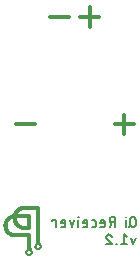
<source format=gbr>
G04 EAGLE Gerber RS-274X export*
G75*
%MOMM*%
%FSLAX34Y34*%
%LPD*%
%INSilkscreen Bottom*%
%IPPOS*%
%AMOC8*
5,1,8,0,0,1.08239X$1,22.5*%
G01*
%ADD10C,0.360000*%
%ADD11C,0.152400*%
%ADD12C,0.050000*%
%ADD13C,0.300000*%


D10*
X97100Y78100D02*
X97100Y79500D01*
D11*
X97250Y77000D02*
X97343Y76992D01*
X97435Y76982D01*
X97527Y76967D01*
X97619Y76948D01*
X97709Y76926D01*
X97798Y76900D01*
X97887Y76870D01*
X97974Y76837D01*
X98059Y76800D01*
X98143Y76760D01*
X98225Y76716D01*
X98306Y76669D01*
X98384Y76618D01*
X98460Y76565D01*
X98534Y76508D01*
X98605Y76448D01*
X98674Y76386D01*
X98741Y76320D01*
X98804Y76252D01*
X98865Y76182D01*
X98922Y76109D01*
X98977Y76033D01*
X99028Y75955D01*
X99077Y75876D01*
X99121Y75794D01*
X99163Y75711D01*
X99201Y75626D01*
X99235Y75539D01*
X99266Y75451D01*
X99293Y75362D01*
X99317Y75272D01*
X99336Y75181D01*
X99352Y75089D01*
X99364Y74997D01*
X99373Y74904D01*
X99377Y74811D01*
X99378Y74718D01*
X99375Y74625D01*
X99367Y74532D01*
X99357Y74440D01*
X99342Y74348D01*
X99323Y74256D01*
X99301Y74166D01*
X99275Y74077D01*
X99245Y73988D01*
X99212Y73901D01*
X99175Y73816D01*
X99135Y73732D01*
X99091Y73650D01*
X99044Y73569D01*
X98993Y73491D01*
X98940Y73415D01*
X98883Y73341D01*
X98823Y73270D01*
X98761Y73201D01*
X98695Y73134D01*
X98627Y73071D01*
X98557Y73010D01*
X98484Y72953D01*
X98408Y72898D01*
X98330Y72847D01*
X98251Y72798D01*
X98169Y72754D01*
X98086Y72712D01*
X98001Y72674D01*
X97914Y72640D01*
X97826Y72609D01*
X97737Y72582D01*
X97647Y72558D01*
X97556Y72539D01*
X97464Y72523D01*
X97372Y72511D01*
X97279Y72502D01*
X97186Y72498D01*
X97093Y72497D01*
X97000Y72500D01*
X96906Y72508D01*
X96812Y72519D01*
X96719Y72534D01*
X96627Y72553D01*
X96535Y72576D01*
X96445Y72602D01*
X96355Y72633D01*
X96267Y72667D01*
X96181Y72704D01*
X96096Y72746D01*
X96013Y72791D01*
X95932Y72839D01*
X95853Y72891D01*
X95776Y72945D01*
X95702Y73004D01*
X95630Y73065D01*
X95561Y73129D01*
X95494Y73196D01*
X95430Y73265D01*
X95370Y73338D01*
X95312Y73412D01*
X95258Y73489D01*
X95206Y73569D01*
X95159Y73650D01*
X95114Y73733D01*
X95074Y73819D01*
X95036Y73905D01*
X95003Y73993D01*
X94973Y74083D01*
X94947Y74174D01*
X94925Y74265D01*
X94906Y74358D01*
X94892Y74451D01*
X94881Y74545D01*
X94875Y74639D01*
X94872Y74733D01*
X94873Y74828D01*
X94879Y74922D01*
X94888Y75016D01*
X94901Y75109D01*
X94918Y75202D01*
X94939Y75294D01*
X94963Y75385D01*
X94992Y75475D01*
X95024Y75564D01*
X95060Y75651D01*
X95100Y75737D01*
X95143Y75821D01*
X95189Y75903D01*
X95239Y75983D01*
X95293Y76061D01*
X95349Y76136D01*
X95409Y76210D01*
X95471Y76280D01*
X95537Y76348D01*
X95605Y76413D01*
X95676Y76475D01*
X95750Y76535D01*
X95826Y76591D01*
X95904Y76643D01*
X95984Y76693D01*
X96067Y76739D01*
X96151Y76781D01*
X96237Y76820D01*
X96324Y76856D01*
X96413Y76888D01*
X96503Y76916D01*
X96594Y76940D01*
X96687Y76960D01*
X96780Y76976D01*
X96873Y76989D01*
X96967Y76997D01*
X97061Y77002D01*
X97156Y77003D01*
X97250Y77000D01*
D12*
X96000Y76850D02*
X95550Y77300D01*
X95550Y77800D01*
X98350Y76800D02*
X98650Y77100D01*
X98650Y77800D01*
D10*
X97150Y79750D02*
X97150Y106900D01*
X97150Y107300D01*
X96800Y107250D02*
X97150Y106900D01*
X96800Y107250D02*
X85300Y107250D01*
X87200Y107300D02*
X86993Y107331D01*
X86786Y107356D01*
X86578Y107376D01*
X86369Y107391D01*
X86161Y107401D01*
X85952Y107406D01*
X85743Y107406D01*
X85534Y107401D01*
X85325Y107391D01*
X85117Y107376D01*
X84909Y107355D01*
X84701Y107330D01*
X84494Y107299D01*
X84288Y107264D01*
X84083Y107223D01*
X83879Y107178D01*
X83677Y107127D01*
X83475Y107072D01*
X83275Y107012D01*
X83076Y106946D01*
X82879Y106876D01*
X82684Y106802D01*
X82491Y106722D01*
X82300Y106638D01*
X82110Y106549D01*
X81923Y106456D01*
X81739Y106358D01*
X81557Y106256D01*
X81377Y106149D01*
X81200Y106038D01*
X81026Y105923D01*
X80854Y105803D01*
X80686Y105679D01*
X80520Y105551D01*
X80358Y105420D01*
X80199Y105284D01*
X80044Y105144D01*
X79891Y105001D01*
X79743Y104854D01*
X79598Y104704D01*
X79456Y104550D01*
X79319Y104392D01*
X79185Y104232D01*
X79056Y104068D01*
X78930Y103901D01*
X78808Y103731D01*
X78691Y103558D01*
X78578Y103382D01*
X78469Y103204D01*
X78365Y103023D01*
X78265Y102839D01*
X78169Y102653D01*
X78078Y102465D01*
X77992Y102275D01*
X77910Y102082D01*
X77833Y101888D01*
X77761Y101692D01*
X77694Y101494D01*
X77631Y101295D01*
X77573Y101094D01*
X77521Y100892D01*
X77473Y100688D01*
X77430Y100484D01*
X77392Y100278D01*
X77359Y100072D01*
X77331Y99865D01*
X77308Y99657D01*
X77291Y99449D01*
X77278Y99240D01*
X77270Y99031D01*
X77268Y98822D01*
X77271Y98613D01*
X77278Y98404D01*
X77291Y98196D01*
X77309Y97987D01*
X77332Y97780D01*
X77360Y97573D01*
X77393Y97366D01*
X77431Y97161D01*
X77474Y96956D01*
X77522Y96753D01*
X77575Y96551D01*
X77633Y96350D01*
X77695Y96150D01*
X77763Y95953D01*
X77835Y95757D01*
X77912Y95562D01*
X77994Y95370D01*
X78081Y95180D01*
X78172Y94992D01*
X78267Y94806D01*
X78367Y94622D01*
X78472Y94441D01*
X78581Y94263D01*
X78694Y94087D01*
X78812Y93915D01*
X78933Y93745D01*
X79059Y93578D01*
X79189Y93414D01*
X79323Y93253D01*
X79460Y93096D01*
X79602Y92942D01*
X79747Y92792D01*
X79896Y92645D01*
X80048Y92502D01*
X80203Y92362D01*
X80363Y92227D01*
X80525Y92095D01*
X80690Y91967D01*
X80859Y91844D01*
X81030Y91724D01*
X81205Y91609D01*
X81382Y91498D01*
X81561Y91391D01*
X81744Y91289D01*
X81928Y91191D01*
X82116Y91098D01*
X82305Y91009D01*
X82496Y90925D01*
X82690Y90846D01*
X82885Y90772D01*
X83082Y90702D01*
X83280Y90637D01*
X83481Y90577D01*
X83682Y90521D01*
X83885Y90471D01*
X84089Y90426D01*
X84294Y90385D01*
X84500Y90350D01*
X77750Y84150D02*
X77556Y84145D01*
X77363Y84146D01*
X77169Y84151D01*
X76975Y84161D01*
X76782Y84175D01*
X76590Y84194D01*
X76397Y84218D01*
X76206Y84247D01*
X76015Y84280D01*
X75825Y84318D01*
X75636Y84361D01*
X75448Y84408D01*
X75261Y84459D01*
X75076Y84515D01*
X74892Y84576D01*
X74709Y84641D01*
X74529Y84711D01*
X74349Y84785D01*
X74172Y84863D01*
X73997Y84946D01*
X73824Y85032D01*
X73653Y85123D01*
X73484Y85219D01*
X73318Y85318D01*
X73154Y85421D01*
X72992Y85528D01*
X72834Y85639D01*
X72678Y85754D01*
X72525Y85873D01*
X72374Y85995D01*
X72227Y86121D01*
X72083Y86251D01*
X71942Y86384D01*
X71805Y86520D01*
X71671Y86660D01*
X71540Y86803D01*
X71413Y86949D01*
X71289Y87098D01*
X71169Y87250D01*
X71053Y87405D01*
X70941Y87563D01*
X70832Y87724D01*
X70727Y87887D01*
X70627Y88052D01*
X70530Y88220D01*
X70438Y88390D01*
X70350Y88563D01*
X70266Y88738D01*
X70186Y88914D01*
X70110Y89093D01*
X70039Y89273D01*
X69973Y89455D01*
X69911Y89638D01*
X69853Y89823D01*
X69800Y90009D01*
X69751Y90197D01*
X69707Y90386D01*
X69668Y90575D01*
X69633Y90766D01*
X69603Y90957D01*
X69577Y91149D01*
X69556Y91342D01*
X69540Y91535D01*
X69529Y91728D01*
X69522Y91922D01*
X69520Y92116D01*
X69523Y92309D01*
X69530Y92503D01*
X69542Y92696D01*
X69559Y92889D01*
X69581Y93082D01*
X69607Y93274D01*
X69638Y93465D01*
X69674Y93655D01*
X69714Y93845D01*
X69758Y94033D01*
X69808Y94221D01*
X69862Y94407D01*
X69920Y94591D01*
X69983Y94775D01*
X70050Y94956D01*
X70122Y95136D01*
X70198Y95314D01*
X70279Y95491D01*
X70363Y95665D01*
X70452Y95837D01*
X70545Y96007D01*
X70643Y96174D01*
X70744Y96340D01*
X70849Y96502D01*
X70958Y96662D01*
X71071Y96820D01*
X71188Y96974D01*
X71309Y97126D01*
X71433Y97274D01*
X71561Y97420D01*
X71692Y97563D01*
X71827Y97702D01*
X71965Y97838D01*
X72106Y97970D01*
X72251Y98099D01*
X72398Y98225D01*
X72549Y98346D01*
X72703Y98464D01*
X72859Y98579D01*
X73018Y98689D01*
X73180Y98796D01*
X73344Y98898D01*
X73511Y98997D01*
X73680Y99091D01*
X73851Y99182D01*
X74025Y99268D01*
X74201Y99350D01*
X74378Y99427D01*
X74557Y99501D01*
X74738Y99570D01*
X74921Y99634D01*
X75105Y99694D01*
X75291Y99749D01*
X75478Y99800D01*
X75666Y99847D01*
X75855Y99888D01*
X76045Y99925D01*
X76236Y99958D01*
X76428Y99986D01*
X76620Y100009D01*
X76813Y100027D01*
X77006Y100041D01*
X77200Y100050D01*
X76850Y100150D02*
X89350Y100150D01*
X89300Y100200D02*
X89300Y90300D01*
X89200Y90350D02*
X89350Y90500D01*
X89200Y90350D02*
X84950Y90350D01*
X89350Y84100D02*
X89350Y73300D01*
X89350Y84100D02*
X77750Y84100D01*
D11*
X89500Y72000D02*
X89406Y72003D01*
X89311Y72002D01*
X89217Y71997D01*
X89123Y71989D01*
X89030Y71976D01*
X88937Y71960D01*
X88844Y71940D01*
X88753Y71916D01*
X88663Y71888D01*
X88574Y71856D01*
X88487Y71820D01*
X88401Y71781D01*
X88317Y71739D01*
X88234Y71693D01*
X88154Y71643D01*
X88076Y71591D01*
X88000Y71535D01*
X87926Y71475D01*
X87855Y71413D01*
X87787Y71348D01*
X87721Y71280D01*
X87659Y71210D01*
X87599Y71136D01*
X87543Y71061D01*
X87489Y70983D01*
X87439Y70903D01*
X87393Y70821D01*
X87350Y70737D01*
X87310Y70651D01*
X87274Y70564D01*
X87242Y70475D01*
X87213Y70385D01*
X87189Y70294D01*
X87168Y70202D01*
X87151Y70109D01*
X87138Y70016D01*
X87129Y69922D01*
X87123Y69828D01*
X87122Y69733D01*
X87125Y69639D01*
X87131Y69545D01*
X87142Y69451D01*
X87156Y69358D01*
X87175Y69265D01*
X87197Y69174D01*
X87223Y69083D01*
X87253Y68993D01*
X87286Y68905D01*
X87324Y68819D01*
X87364Y68733D01*
X87409Y68650D01*
X87456Y68569D01*
X87508Y68489D01*
X87562Y68412D01*
X87620Y68338D01*
X87680Y68265D01*
X87744Y68196D01*
X87811Y68129D01*
X87880Y68065D01*
X87952Y68004D01*
X88026Y67945D01*
X88103Y67891D01*
X88182Y67839D01*
X88263Y67791D01*
X88346Y67746D01*
X88431Y67704D01*
X88517Y67667D01*
X88605Y67633D01*
X88695Y67602D01*
X88785Y67576D01*
X88877Y67553D01*
X88969Y67534D01*
X89062Y67519D01*
X89156Y67508D01*
X89250Y67500D01*
X89343Y67497D01*
X89436Y67498D01*
X89529Y67502D01*
X89622Y67511D01*
X89714Y67523D01*
X89806Y67539D01*
X89897Y67558D01*
X89987Y67582D01*
X90076Y67609D01*
X90164Y67640D01*
X90251Y67674D01*
X90336Y67712D01*
X90419Y67754D01*
X90501Y67798D01*
X90580Y67847D01*
X90658Y67898D01*
X90734Y67953D01*
X90807Y68010D01*
X90877Y68071D01*
X90945Y68134D01*
X91011Y68201D01*
X91073Y68270D01*
X91133Y68341D01*
X91190Y68415D01*
X91243Y68491D01*
X91294Y68569D01*
X91341Y68650D01*
X91385Y68732D01*
X91425Y68816D01*
X91462Y68901D01*
X91495Y68988D01*
X91525Y69077D01*
X91551Y69166D01*
X91573Y69256D01*
X91592Y69348D01*
X91607Y69440D01*
X91617Y69532D01*
X91625Y69625D01*
X91628Y69718D01*
X91627Y69811D01*
X91623Y69904D01*
X91614Y69997D01*
X91602Y70089D01*
X91586Y70181D01*
X91567Y70272D01*
X91543Y70362D01*
X91516Y70451D01*
X91485Y70539D01*
X91451Y70626D01*
X91413Y70711D01*
X91371Y70794D01*
X91327Y70876D01*
X91278Y70955D01*
X91227Y71033D01*
X91172Y71109D01*
X91115Y71182D01*
X91054Y71252D01*
X90991Y71320D01*
X90924Y71386D01*
X90855Y71448D01*
X90784Y71508D01*
X90710Y71565D01*
X90634Y71618D01*
X90556Y71669D01*
X90475Y71716D01*
X90393Y71760D01*
X90309Y71800D01*
X90224Y71837D01*
X90137Y71870D01*
X90048Y71900D01*
X89959Y71926D01*
X89869Y71948D01*
X89777Y71967D01*
X89685Y71982D01*
X89593Y71992D01*
X89500Y72000D01*
D12*
X90700Y71700D02*
X90900Y71900D01*
X90900Y73250D01*
X88200Y71800D02*
X87900Y72100D01*
X87900Y72900D01*
D11*
X179738Y93616D02*
X179738Y97384D01*
X179736Y97480D01*
X179730Y97576D01*
X179720Y97671D01*
X179707Y97766D01*
X179689Y97861D01*
X179668Y97955D01*
X179643Y98047D01*
X179614Y98139D01*
X179581Y98229D01*
X179545Y98318D01*
X179505Y98405D01*
X179461Y98491D01*
X179415Y98575D01*
X179364Y98657D01*
X179311Y98736D01*
X179254Y98814D01*
X179194Y98889D01*
X179131Y98962D01*
X179065Y99031D01*
X178997Y99099D01*
X178926Y99163D01*
X178852Y99224D01*
X178775Y99283D01*
X178697Y99338D01*
X178616Y99390D01*
X178533Y99438D01*
X178448Y99484D01*
X178362Y99525D01*
X178274Y99563D01*
X178184Y99598D01*
X178093Y99629D01*
X178001Y99656D01*
X177908Y99679D01*
X177814Y99698D01*
X177719Y99714D01*
X177624Y99726D01*
X177528Y99734D01*
X177432Y99738D01*
X177336Y99738D01*
X177240Y99734D01*
X177144Y99726D01*
X177049Y99714D01*
X176954Y99698D01*
X176860Y99679D01*
X176767Y99656D01*
X176675Y99629D01*
X176584Y99598D01*
X176494Y99563D01*
X176406Y99525D01*
X176320Y99484D01*
X176235Y99438D01*
X176152Y99390D01*
X176071Y99338D01*
X175993Y99283D01*
X175916Y99224D01*
X175842Y99163D01*
X175771Y99099D01*
X175703Y99031D01*
X175637Y98962D01*
X175574Y98889D01*
X175514Y98814D01*
X175457Y98736D01*
X175404Y98657D01*
X175353Y98575D01*
X175307Y98491D01*
X175263Y98405D01*
X175223Y98318D01*
X175187Y98229D01*
X175154Y98139D01*
X175125Y98047D01*
X175100Y97955D01*
X175079Y97861D01*
X175061Y97766D01*
X175048Y97671D01*
X175038Y97576D01*
X175032Y97480D01*
X175030Y97384D01*
X175029Y97384D02*
X175029Y93616D01*
X175030Y93616D02*
X175032Y93520D01*
X175038Y93424D01*
X175048Y93329D01*
X175061Y93234D01*
X175079Y93139D01*
X175100Y93045D01*
X175125Y92953D01*
X175154Y92861D01*
X175187Y92771D01*
X175223Y92682D01*
X175263Y92595D01*
X175307Y92509D01*
X175353Y92425D01*
X175404Y92343D01*
X175457Y92264D01*
X175514Y92186D01*
X175574Y92111D01*
X175637Y92038D01*
X175703Y91969D01*
X175771Y91901D01*
X175842Y91837D01*
X175916Y91776D01*
X175993Y91717D01*
X176071Y91662D01*
X176152Y91610D01*
X176235Y91562D01*
X176320Y91516D01*
X176406Y91475D01*
X176494Y91437D01*
X176584Y91402D01*
X176675Y91371D01*
X176767Y91344D01*
X176860Y91321D01*
X176954Y91302D01*
X177049Y91286D01*
X177144Y91274D01*
X177240Y91266D01*
X177336Y91262D01*
X177432Y91262D01*
X177528Y91266D01*
X177624Y91274D01*
X177719Y91286D01*
X177814Y91302D01*
X177908Y91321D01*
X178001Y91344D01*
X178093Y91371D01*
X178184Y91402D01*
X178274Y91437D01*
X178362Y91475D01*
X178448Y91516D01*
X178533Y91562D01*
X178616Y91610D01*
X178697Y91662D01*
X178775Y91717D01*
X178852Y91776D01*
X178926Y91837D01*
X178997Y91901D01*
X179065Y91969D01*
X179131Y92038D01*
X179194Y92111D01*
X179254Y92186D01*
X179311Y92264D01*
X179364Y92343D01*
X179415Y92425D01*
X179461Y92509D01*
X179505Y92595D01*
X179545Y92682D01*
X179581Y92771D01*
X179614Y92861D01*
X179643Y92953D01*
X179668Y93045D01*
X179689Y93139D01*
X179707Y93234D01*
X179720Y93329D01*
X179730Y93424D01*
X179736Y93520D01*
X179738Y93616D01*
X175971Y93146D02*
X174087Y91262D01*
X171547Y91262D02*
X171547Y96913D01*
X171782Y99267D02*
X171782Y99738D01*
X171311Y99738D01*
X171311Y99267D01*
X171782Y99267D01*
X162417Y99738D02*
X162417Y91262D01*
X162417Y99738D02*
X160062Y99738D01*
X159966Y99736D01*
X159870Y99730D01*
X159775Y99720D01*
X159680Y99707D01*
X159585Y99689D01*
X159491Y99668D01*
X159399Y99643D01*
X159307Y99614D01*
X159217Y99581D01*
X159128Y99545D01*
X159041Y99505D01*
X158955Y99461D01*
X158871Y99415D01*
X158789Y99364D01*
X158710Y99311D01*
X158632Y99254D01*
X158557Y99194D01*
X158484Y99131D01*
X158415Y99065D01*
X158347Y98997D01*
X158283Y98926D01*
X158222Y98852D01*
X158163Y98775D01*
X158108Y98697D01*
X158056Y98616D01*
X158008Y98533D01*
X157962Y98448D01*
X157921Y98362D01*
X157883Y98274D01*
X157848Y98184D01*
X157817Y98093D01*
X157790Y98001D01*
X157767Y97908D01*
X157748Y97814D01*
X157732Y97719D01*
X157720Y97624D01*
X157712Y97528D01*
X157708Y97432D01*
X157708Y97336D01*
X157712Y97240D01*
X157720Y97144D01*
X157732Y97049D01*
X157748Y96954D01*
X157767Y96860D01*
X157790Y96767D01*
X157817Y96675D01*
X157848Y96584D01*
X157883Y96494D01*
X157921Y96406D01*
X157962Y96320D01*
X158008Y96235D01*
X158056Y96152D01*
X158108Y96071D01*
X158163Y95993D01*
X158222Y95916D01*
X158283Y95842D01*
X158347Y95771D01*
X158415Y95703D01*
X158484Y95637D01*
X158557Y95574D01*
X158632Y95514D01*
X158710Y95457D01*
X158789Y95404D01*
X158871Y95353D01*
X158955Y95307D01*
X159041Y95263D01*
X159128Y95223D01*
X159217Y95187D01*
X159307Y95154D01*
X159399Y95125D01*
X159491Y95100D01*
X159585Y95079D01*
X159680Y95061D01*
X159775Y95048D01*
X159870Y95038D01*
X159966Y95032D01*
X160062Y95030D01*
X160062Y95029D02*
X162417Y95029D01*
X159591Y95029D02*
X157708Y91262D01*
X152217Y91262D02*
X149863Y91262D01*
X152217Y91262D02*
X152291Y91264D01*
X152365Y91270D01*
X152438Y91279D01*
X152511Y91293D01*
X152583Y91310D01*
X152654Y91331D01*
X152723Y91356D01*
X152792Y91384D01*
X152858Y91416D01*
X152924Y91451D01*
X152987Y91490D01*
X153048Y91532D01*
X153106Y91577D01*
X153162Y91625D01*
X153216Y91676D01*
X153267Y91730D01*
X153315Y91786D01*
X153360Y91844D01*
X153402Y91905D01*
X153441Y91969D01*
X153476Y92034D01*
X153508Y92100D01*
X153536Y92169D01*
X153561Y92238D01*
X153582Y92309D01*
X153599Y92381D01*
X153613Y92454D01*
X153622Y92527D01*
X153628Y92601D01*
X153630Y92675D01*
X153630Y95029D01*
X153631Y95029D02*
X153629Y95115D01*
X153623Y95200D01*
X153613Y95286D01*
X153600Y95370D01*
X153582Y95454D01*
X153561Y95537D01*
X153536Y95619D01*
X153507Y95700D01*
X153475Y95780D01*
X153439Y95857D01*
X153400Y95934D01*
X153357Y96008D01*
X153311Y96080D01*
X153261Y96150D01*
X153208Y96218D01*
X153153Y96283D01*
X153094Y96346D01*
X153033Y96406D01*
X152969Y96463D01*
X152902Y96517D01*
X152833Y96568D01*
X152762Y96616D01*
X152689Y96661D01*
X152614Y96702D01*
X152537Y96739D01*
X152458Y96774D01*
X152378Y96804D01*
X152296Y96831D01*
X152214Y96854D01*
X152130Y96874D01*
X152046Y96889D01*
X151961Y96901D01*
X151876Y96909D01*
X151790Y96913D01*
X151704Y96913D01*
X151618Y96909D01*
X151533Y96901D01*
X151448Y96889D01*
X151364Y96874D01*
X151280Y96854D01*
X151198Y96831D01*
X151116Y96804D01*
X151036Y96774D01*
X150957Y96739D01*
X150880Y96702D01*
X150805Y96661D01*
X150732Y96616D01*
X150661Y96568D01*
X150592Y96517D01*
X150525Y96463D01*
X150461Y96406D01*
X150400Y96346D01*
X150341Y96283D01*
X150286Y96218D01*
X150233Y96150D01*
X150183Y96080D01*
X150137Y96008D01*
X150094Y95934D01*
X150055Y95857D01*
X150019Y95780D01*
X149987Y95700D01*
X149958Y95619D01*
X149933Y95537D01*
X149912Y95454D01*
X149894Y95370D01*
X149881Y95286D01*
X149871Y95200D01*
X149865Y95115D01*
X149863Y95029D01*
X149863Y94087D01*
X153630Y94087D01*
X144402Y91262D02*
X142519Y91262D01*
X144402Y91262D02*
X144476Y91264D01*
X144550Y91270D01*
X144623Y91279D01*
X144696Y91293D01*
X144768Y91310D01*
X144839Y91331D01*
X144908Y91356D01*
X144977Y91384D01*
X145043Y91416D01*
X145109Y91451D01*
X145172Y91490D01*
X145233Y91532D01*
X145291Y91577D01*
X145347Y91625D01*
X145401Y91676D01*
X145452Y91730D01*
X145500Y91786D01*
X145545Y91844D01*
X145587Y91905D01*
X145626Y91969D01*
X145661Y92034D01*
X145693Y92100D01*
X145721Y92169D01*
X145746Y92238D01*
X145767Y92309D01*
X145784Y92381D01*
X145798Y92454D01*
X145807Y92527D01*
X145813Y92601D01*
X145815Y92675D01*
X145815Y95500D01*
X145813Y95574D01*
X145807Y95648D01*
X145798Y95721D01*
X145784Y95794D01*
X145767Y95866D01*
X145746Y95937D01*
X145721Y96006D01*
X145693Y96075D01*
X145661Y96141D01*
X145626Y96207D01*
X145587Y96270D01*
X145545Y96331D01*
X145500Y96389D01*
X145452Y96445D01*
X145401Y96499D01*
X145347Y96550D01*
X145291Y96598D01*
X145233Y96643D01*
X145172Y96685D01*
X145109Y96724D01*
X145043Y96759D01*
X144977Y96791D01*
X144908Y96819D01*
X144839Y96844D01*
X144768Y96865D01*
X144696Y96882D01*
X144623Y96896D01*
X144550Y96905D01*
X144476Y96911D01*
X144402Y96913D01*
X142519Y96913D01*
X137518Y91262D02*
X135163Y91262D01*
X137518Y91262D02*
X137592Y91264D01*
X137666Y91270D01*
X137739Y91279D01*
X137812Y91293D01*
X137884Y91310D01*
X137955Y91331D01*
X138024Y91356D01*
X138093Y91384D01*
X138159Y91416D01*
X138225Y91451D01*
X138288Y91490D01*
X138349Y91532D01*
X138407Y91577D01*
X138463Y91625D01*
X138517Y91676D01*
X138568Y91730D01*
X138616Y91786D01*
X138661Y91844D01*
X138703Y91905D01*
X138742Y91969D01*
X138777Y92034D01*
X138809Y92100D01*
X138837Y92169D01*
X138862Y92238D01*
X138883Y92309D01*
X138900Y92381D01*
X138914Y92454D01*
X138923Y92527D01*
X138929Y92601D01*
X138931Y92675D01*
X138930Y92675D02*
X138930Y95029D01*
X138931Y95029D02*
X138929Y95115D01*
X138923Y95200D01*
X138913Y95286D01*
X138900Y95370D01*
X138882Y95454D01*
X138861Y95537D01*
X138836Y95619D01*
X138807Y95700D01*
X138775Y95780D01*
X138739Y95857D01*
X138700Y95934D01*
X138657Y96008D01*
X138611Y96080D01*
X138561Y96150D01*
X138508Y96218D01*
X138453Y96283D01*
X138394Y96346D01*
X138333Y96406D01*
X138269Y96463D01*
X138202Y96517D01*
X138133Y96568D01*
X138062Y96616D01*
X137989Y96661D01*
X137914Y96702D01*
X137837Y96739D01*
X137758Y96774D01*
X137678Y96804D01*
X137596Y96831D01*
X137514Y96854D01*
X137430Y96874D01*
X137346Y96889D01*
X137261Y96901D01*
X137176Y96909D01*
X137090Y96913D01*
X137004Y96913D01*
X136918Y96909D01*
X136833Y96901D01*
X136748Y96889D01*
X136664Y96874D01*
X136580Y96854D01*
X136498Y96831D01*
X136416Y96804D01*
X136336Y96774D01*
X136257Y96739D01*
X136180Y96702D01*
X136105Y96661D01*
X136032Y96616D01*
X135961Y96568D01*
X135892Y96517D01*
X135825Y96463D01*
X135761Y96406D01*
X135700Y96346D01*
X135641Y96283D01*
X135586Y96218D01*
X135533Y96150D01*
X135483Y96080D01*
X135437Y96008D01*
X135394Y95934D01*
X135355Y95857D01*
X135319Y95780D01*
X135287Y95700D01*
X135258Y95619D01*
X135233Y95537D01*
X135212Y95454D01*
X135194Y95370D01*
X135181Y95286D01*
X135171Y95200D01*
X135165Y95115D01*
X135163Y95029D01*
X135163Y94087D01*
X138930Y94087D01*
X131347Y91262D02*
X131347Y96913D01*
X131582Y99267D02*
X131582Y99738D01*
X131111Y99738D01*
X131111Y99267D01*
X131582Y99267D01*
X127830Y96913D02*
X125947Y91262D01*
X124063Y96913D01*
X118918Y91262D02*
X116563Y91262D01*
X118918Y91262D02*
X118992Y91264D01*
X119066Y91270D01*
X119139Y91279D01*
X119212Y91293D01*
X119284Y91310D01*
X119355Y91331D01*
X119424Y91356D01*
X119493Y91384D01*
X119559Y91416D01*
X119625Y91451D01*
X119688Y91490D01*
X119749Y91532D01*
X119807Y91577D01*
X119863Y91625D01*
X119917Y91676D01*
X119968Y91730D01*
X120016Y91786D01*
X120061Y91844D01*
X120103Y91905D01*
X120142Y91969D01*
X120177Y92034D01*
X120209Y92100D01*
X120237Y92169D01*
X120262Y92238D01*
X120283Y92309D01*
X120300Y92381D01*
X120314Y92454D01*
X120323Y92527D01*
X120329Y92601D01*
X120331Y92675D01*
X120330Y92675D02*
X120330Y95029D01*
X120331Y95029D02*
X120329Y95115D01*
X120323Y95200D01*
X120313Y95286D01*
X120300Y95370D01*
X120282Y95454D01*
X120261Y95537D01*
X120236Y95619D01*
X120207Y95700D01*
X120175Y95780D01*
X120139Y95857D01*
X120100Y95934D01*
X120057Y96008D01*
X120011Y96080D01*
X119961Y96150D01*
X119908Y96218D01*
X119853Y96283D01*
X119794Y96346D01*
X119733Y96406D01*
X119669Y96463D01*
X119602Y96517D01*
X119533Y96568D01*
X119462Y96616D01*
X119389Y96661D01*
X119314Y96702D01*
X119237Y96739D01*
X119158Y96774D01*
X119078Y96804D01*
X118996Y96831D01*
X118914Y96854D01*
X118830Y96874D01*
X118746Y96889D01*
X118661Y96901D01*
X118576Y96909D01*
X118490Y96913D01*
X118404Y96913D01*
X118318Y96909D01*
X118233Y96901D01*
X118148Y96889D01*
X118064Y96874D01*
X117980Y96854D01*
X117898Y96831D01*
X117816Y96804D01*
X117736Y96774D01*
X117657Y96739D01*
X117580Y96702D01*
X117505Y96661D01*
X117432Y96616D01*
X117361Y96568D01*
X117292Y96517D01*
X117225Y96463D01*
X117161Y96406D01*
X117100Y96346D01*
X117041Y96283D01*
X116986Y96218D01*
X116933Y96150D01*
X116883Y96080D01*
X116837Y96008D01*
X116794Y95934D01*
X116755Y95857D01*
X116719Y95780D01*
X116687Y95700D01*
X116658Y95619D01*
X116633Y95537D01*
X116612Y95454D01*
X116594Y95370D01*
X116581Y95286D01*
X116571Y95200D01*
X116565Y95115D01*
X116563Y95029D01*
X116563Y94087D01*
X120330Y94087D01*
X112154Y91262D02*
X112154Y96913D01*
X109329Y96913D01*
X109329Y95971D01*
X177854Y76262D02*
X179738Y81913D01*
X175971Y81913D02*
X177854Y76262D01*
X172109Y82854D02*
X169754Y84738D01*
X169754Y76262D01*
X167400Y76262D02*
X172109Y76262D01*
X163690Y76262D02*
X163690Y76733D01*
X163219Y76733D01*
X163219Y76262D01*
X163690Y76262D01*
X156919Y84738D02*
X156829Y84736D01*
X156739Y84730D01*
X156650Y84721D01*
X156561Y84708D01*
X156473Y84690D01*
X156385Y84670D01*
X156299Y84645D01*
X156213Y84617D01*
X156129Y84585D01*
X156046Y84550D01*
X155965Y84511D01*
X155886Y84469D01*
X155808Y84423D01*
X155732Y84375D01*
X155659Y84323D01*
X155588Y84268D01*
X155519Y84210D01*
X155453Y84149D01*
X155389Y84085D01*
X155328Y84019D01*
X155270Y83950D01*
X155215Y83879D01*
X155163Y83806D01*
X155115Y83730D01*
X155069Y83652D01*
X155027Y83573D01*
X154988Y83492D01*
X154953Y83409D01*
X154921Y83325D01*
X154893Y83239D01*
X154868Y83153D01*
X154848Y83065D01*
X154830Y82977D01*
X154817Y82888D01*
X154808Y82799D01*
X154802Y82709D01*
X154800Y82619D01*
X156919Y84738D02*
X157023Y84736D01*
X157126Y84730D01*
X157230Y84720D01*
X157332Y84706D01*
X157435Y84689D01*
X157536Y84667D01*
X157637Y84642D01*
X157736Y84612D01*
X157834Y84579D01*
X157931Y84543D01*
X158027Y84502D01*
X158121Y84458D01*
X158213Y84411D01*
X158303Y84360D01*
X158392Y84305D01*
X158478Y84247D01*
X158562Y84186D01*
X158643Y84122D01*
X158722Y84055D01*
X158799Y83985D01*
X158872Y83912D01*
X158943Y83836D01*
X159011Y83758D01*
X159076Y83677D01*
X159137Y83593D01*
X159196Y83508D01*
X159251Y83420D01*
X159303Y83330D01*
X159351Y83238D01*
X159396Y83145D01*
X159437Y83049D01*
X159475Y82953D01*
X159509Y82855D01*
X155506Y80971D02*
X155441Y81036D01*
X155378Y81103D01*
X155318Y81173D01*
X155261Y81246D01*
X155207Y81320D01*
X155156Y81397D01*
X155108Y81476D01*
X155063Y81556D01*
X155022Y81638D01*
X154984Y81722D01*
X154949Y81808D01*
X154918Y81895D01*
X154891Y81983D01*
X154867Y82071D01*
X154846Y82161D01*
X154830Y82252D01*
X154817Y82343D01*
X154807Y82435D01*
X154802Y82527D01*
X154800Y82619D01*
X155506Y80971D02*
X159509Y76262D01*
X154800Y76262D01*
D13*
X123000Y269000D02*
X107000Y269000D01*
X133000Y269000D02*
X149000Y269000D01*
X141000Y277000D02*
X141000Y260500D01*
X94500Y178000D02*
X78500Y178000D01*
X162000Y178000D02*
X178000Y178000D01*
X170000Y186000D02*
X170000Y169500D01*
M02*

</source>
